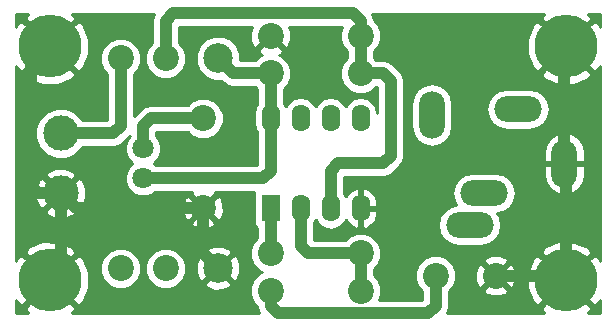
<source format=gbr>
G04 #@! TF.FileFunction,Copper,L2,Bot,Signal*
%FSLAX46Y46*%
G04 Gerber Fmt 4.6, Leading zero omitted, Abs format (unit mm)*
G04 Created by KiCad (PCBNEW 4.0.7) date 05/24/18 12:52:19*
%MOMM*%
%LPD*%
G01*
G04 APERTURE LIST*
%ADD10C,0.100000*%
%ADD11C,5.300000*%
%ADD12C,2.200000*%
%ADD13R,1.574800X2.286000*%
%ADD14O,1.574800X2.286000*%
%ADD15C,3.000000*%
%ADD16C,2.500000*%
%ADD17C,1.800000*%
%ADD18O,4.000000X2.200000*%
%ADD19O,2.200000X4.000000*%
%ADD20C,1.000000*%
%ADD21C,0.254000*%
G04 APERTURE END LIST*
D10*
D11*
X165354000Y-76454000D03*
X121666000Y-76454000D03*
D12*
X127635000Y-77470000D03*
X131445000Y-77470000D03*
D11*
X165354000Y-96266000D03*
D12*
X147955000Y-78740000D03*
X140335000Y-78740000D03*
X140335000Y-75565000D03*
X147955000Y-75565000D03*
X147955000Y-97155000D03*
X140335000Y-97155000D03*
X147955000Y-93980000D03*
X140335000Y-93980000D03*
X134620000Y-82550000D03*
X134620000Y-90170000D03*
D13*
X140335000Y-90170000D03*
D14*
X142875000Y-90170000D03*
X145415000Y-90170000D03*
X147955000Y-90170000D03*
X147955000Y-82550000D03*
X145415000Y-82550000D03*
X142875000Y-82550000D03*
X140335000Y-82550000D03*
D15*
X122555000Y-83820000D03*
X122555000Y-88900000D03*
D16*
X135890000Y-77470000D03*
X135890000Y-95250000D03*
D12*
X127635000Y-95250000D03*
X131445000Y-95250000D03*
X154305000Y-95885000D03*
X159385000Y-95885000D03*
D17*
X129540000Y-85090000D03*
X129540000Y-87630000D03*
D11*
X121666000Y-96266000D03*
D18*
X161290000Y-81788000D03*
D19*
X153990000Y-82288000D03*
D18*
X158390000Y-88888000D03*
X157190000Y-91588000D03*
D19*
X165190000Y-86388000D03*
D20*
X122555000Y-83820000D02*
X127000000Y-83820000D01*
X127635000Y-83185000D02*
X127635000Y-77470000D01*
X127000000Y-83820000D02*
X127635000Y-83185000D01*
X147955000Y-74295000D02*
X147320000Y-73660000D01*
X147320000Y-73660000D02*
X132080000Y-73660000D01*
X131445000Y-74295000D02*
X132080000Y-73660000D01*
X131445000Y-77470000D02*
X131445000Y-74295000D01*
X147955000Y-74295000D02*
X147955000Y-75565000D01*
X147955000Y-78740000D02*
X147955000Y-75565000D01*
X145415000Y-90170000D02*
X145415000Y-86995000D01*
X149860000Y-78740000D02*
X147955000Y-78740000D01*
X150495000Y-79375000D02*
X149860000Y-78740000D01*
X150495000Y-85725000D02*
X150495000Y-79375000D01*
X149860000Y-86360000D02*
X150495000Y-85725000D01*
X146050000Y-86360000D02*
X149860000Y-86360000D01*
X145415000Y-86995000D02*
X146050000Y-86360000D01*
X140970000Y-99060000D02*
X140335000Y-98425000D01*
X140335000Y-97155000D02*
X140335000Y-98425000D01*
X140970000Y-99060000D02*
X153670000Y-99060000D01*
X140335000Y-97155000D02*
X140335000Y-97790000D01*
X154305000Y-98425000D02*
X154305000Y-95885000D01*
X153670000Y-99060000D02*
X154305000Y-98425000D01*
X165190000Y-86388000D02*
X165190000Y-76618000D01*
X165190000Y-76618000D02*
X165354000Y-76454000D01*
X165354000Y-96266000D02*
X165354000Y-86552000D01*
X165354000Y-86552000D02*
X165190000Y-86388000D01*
X159385000Y-95885000D02*
X164973000Y-95885000D01*
X164973000Y-95885000D02*
X165354000Y-96266000D01*
X120015000Y-78105000D02*
X120015000Y-88265000D01*
X120650000Y-88900000D02*
X120015000Y-88265000D01*
X120650000Y-88900000D02*
X122555000Y-88900000D01*
X120015000Y-78105000D02*
X121666000Y-76454000D01*
X122555000Y-88900000D02*
X122555000Y-95377000D01*
X122555000Y-95377000D02*
X121666000Y-96266000D01*
X160020000Y-95885000D02*
X159385000Y-95885000D01*
X165100000Y-86478000D02*
X165190000Y-86388000D01*
X122555000Y-78105000D02*
X123190000Y-77470000D01*
X134620000Y-90170000D02*
X134620000Y-93980000D01*
X134620000Y-93980000D02*
X135890000Y-95250000D01*
X134620000Y-90170000D02*
X123825000Y-90170000D01*
X123825000Y-90170000D02*
X122555000Y-88900000D01*
X140335000Y-93980000D02*
X140335000Y-90170000D01*
X129540000Y-83185000D02*
X130175000Y-82550000D01*
X129540000Y-85090000D02*
X129540000Y-83185000D01*
X130175000Y-82550000D02*
X134620000Y-82550000D01*
X140335000Y-78740000D02*
X137160000Y-78740000D01*
X137160000Y-78740000D02*
X135890000Y-77470000D01*
X140335000Y-78740000D02*
X140335000Y-82550000D01*
X129540000Y-87630000D02*
X139700000Y-87630000D01*
X140335000Y-86995000D02*
X140335000Y-82550000D01*
X139700000Y-87630000D02*
X140335000Y-86995000D01*
X147955000Y-97155000D02*
X147955000Y-93980000D01*
X147955000Y-93980000D02*
X143510000Y-93980000D01*
X142875000Y-93345000D02*
X143510000Y-93980000D01*
X142875000Y-93345000D02*
X142875000Y-90170000D01*
D21*
G36*
X119501491Y-74109886D02*
X121666000Y-76274395D01*
X123830509Y-74109886D01*
X123556815Y-73710000D01*
X130497061Y-73710000D01*
X130396397Y-73860654D01*
X130310000Y-74295000D01*
X130310000Y-76151498D01*
X129974996Y-76485918D01*
X129710301Y-77123373D01*
X129709699Y-77813599D01*
X129973281Y-78451515D01*
X130460918Y-78940004D01*
X131098373Y-79204699D01*
X131788599Y-79205301D01*
X132426515Y-78941719D01*
X132915004Y-78454082D01*
X133179699Y-77816627D01*
X133180301Y-77126401D01*
X132916719Y-76488485D01*
X132580000Y-76151178D01*
X132580000Y-74795000D01*
X138771014Y-74795000D01*
X138589677Y-75276593D01*
X138612164Y-75966453D01*
X138832901Y-76499359D01*
X139110132Y-76610263D01*
X140155395Y-75565000D01*
X140141253Y-75550858D01*
X140320858Y-75371253D01*
X140335000Y-75385395D01*
X140349143Y-75371253D01*
X140528748Y-75550858D01*
X140514605Y-75565000D01*
X141559868Y-76610263D01*
X141837099Y-76499359D01*
X142080323Y-75853407D01*
X142057836Y-75163547D01*
X141905179Y-74795000D01*
X146396101Y-74795000D01*
X146220301Y-75218373D01*
X146219699Y-75908599D01*
X146483281Y-76546515D01*
X146820000Y-76883822D01*
X146820000Y-77421498D01*
X146484996Y-77755918D01*
X146220301Y-78393373D01*
X146219699Y-79083599D01*
X146483281Y-79721515D01*
X146970918Y-80210004D01*
X147608373Y-80474699D01*
X148298599Y-80475301D01*
X148936515Y-80211719D01*
X149273822Y-79875000D01*
X149360000Y-79875000D01*
X149360000Y-82072091D01*
X149269126Y-81615238D01*
X148960789Y-81153778D01*
X148499329Y-80845441D01*
X147955000Y-80737167D01*
X147410671Y-80845441D01*
X146949211Y-81153778D01*
X146685000Y-81549199D01*
X146420789Y-81153778D01*
X145959329Y-80845441D01*
X145415000Y-80737167D01*
X144870671Y-80845441D01*
X144409211Y-81153778D01*
X144145000Y-81549199D01*
X143880789Y-81153778D01*
X143419329Y-80845441D01*
X142875000Y-80737167D01*
X142330671Y-80845441D01*
X141869211Y-81153778D01*
X141605000Y-81549199D01*
X141470000Y-81347156D01*
X141470000Y-80058502D01*
X141805004Y-79724082D01*
X142069699Y-79086627D01*
X142070301Y-78396401D01*
X141806719Y-77758485D01*
X141319082Y-77269996D01*
X141049635Y-77158112D01*
X141269359Y-77067099D01*
X141380263Y-76789868D01*
X140335000Y-75744605D01*
X139289737Y-76789868D01*
X139400641Y-77067099D01*
X139630717Y-77153731D01*
X139353485Y-77268281D01*
X139016178Y-77605000D01*
X137774883Y-77605000D01*
X137775326Y-77096695D01*
X137488957Y-76403628D01*
X136959161Y-75872907D01*
X136266595Y-75585328D01*
X135516695Y-75584674D01*
X134823628Y-75871043D01*
X134292907Y-76400839D01*
X134005328Y-77093405D01*
X134004674Y-77843305D01*
X134291043Y-78536372D01*
X134820839Y-79067093D01*
X135513405Y-79354672D01*
X136170113Y-79355245D01*
X136357434Y-79542566D01*
X136725654Y-79788603D01*
X137160000Y-79875000D01*
X139016498Y-79875000D01*
X139200000Y-80058822D01*
X139200000Y-81347156D01*
X139020874Y-81615238D01*
X138912600Y-82159567D01*
X138912600Y-82940433D01*
X139020874Y-83484762D01*
X139200000Y-83752844D01*
X139200000Y-86495000D01*
X130575905Y-86495000D01*
X130440818Y-86359677D01*
X130840551Y-85960643D01*
X131074733Y-85396670D01*
X131075265Y-84786009D01*
X130842068Y-84221629D01*
X130675000Y-84054269D01*
X130675000Y-83685000D01*
X133301498Y-83685000D01*
X133635918Y-84020004D01*
X134273373Y-84284699D01*
X134963599Y-84285301D01*
X135601515Y-84021719D01*
X136090004Y-83534082D01*
X136354699Y-82896627D01*
X136355301Y-82206401D01*
X136091719Y-81568485D01*
X135604082Y-81079996D01*
X134966627Y-80815301D01*
X134276401Y-80814699D01*
X133638485Y-81078281D01*
X133301178Y-81415000D01*
X130175000Y-81415000D01*
X129740655Y-81501396D01*
X129372434Y-81747434D01*
X128770000Y-82349868D01*
X128770000Y-78788502D01*
X129105004Y-78454082D01*
X129369699Y-77816627D01*
X129370301Y-77126401D01*
X129106719Y-76488485D01*
X128619082Y-75999996D01*
X127981627Y-75735301D01*
X127291401Y-75734699D01*
X126653485Y-75998281D01*
X126164996Y-76485918D01*
X125900301Y-77123373D01*
X125899699Y-77813599D01*
X126163281Y-78451515D01*
X126500000Y-78788822D01*
X126500000Y-82685000D01*
X124396100Y-82685000D01*
X124366020Y-82612200D01*
X123765959Y-82011091D01*
X122981541Y-81685372D01*
X122132185Y-81684630D01*
X121347200Y-82008980D01*
X120746091Y-82609041D01*
X120420372Y-83393459D01*
X120419630Y-84242815D01*
X120743980Y-85027800D01*
X121344041Y-85628909D01*
X122128459Y-85954628D01*
X122977815Y-85955370D01*
X123762800Y-85631020D01*
X124363909Y-85030959D01*
X124395450Y-84955000D01*
X127000000Y-84955000D01*
X127434346Y-84868603D01*
X127802566Y-84622566D01*
X128405000Y-84020132D01*
X128405000Y-84054095D01*
X128239449Y-84219357D01*
X128005267Y-84783330D01*
X128004735Y-85393991D01*
X128237932Y-85958371D01*
X128639182Y-86360323D01*
X128239449Y-86759357D01*
X128005267Y-87323330D01*
X128004735Y-87933991D01*
X128237932Y-88498371D01*
X128669357Y-88930551D01*
X129233330Y-89164733D01*
X129843991Y-89165265D01*
X130408371Y-88932068D01*
X130575731Y-88765000D01*
X133646797Y-88765000D01*
X133574737Y-88945132D01*
X134620000Y-89990395D01*
X135665263Y-88945132D01*
X135593203Y-88765000D01*
X138958077Y-88765000D01*
X138951169Y-88775110D01*
X138900160Y-89027000D01*
X138900160Y-91313000D01*
X138944438Y-91548317D01*
X139083510Y-91764441D01*
X139200000Y-91844035D01*
X139200000Y-92661498D01*
X138864996Y-92995918D01*
X138600301Y-93633373D01*
X138599699Y-94323599D01*
X138863281Y-94961515D01*
X139350918Y-95450004D01*
X139633788Y-95567462D01*
X139353485Y-95683281D01*
X138864996Y-96170918D01*
X138600301Y-96808373D01*
X138599699Y-97498599D01*
X138863281Y-98136515D01*
X139212128Y-98485972D01*
X139286397Y-98859346D01*
X139330266Y-98925000D01*
X139387061Y-99010000D01*
X123556815Y-99010000D01*
X123830509Y-98610114D01*
X121666000Y-96445605D01*
X119501491Y-98610114D01*
X119775185Y-99010000D01*
X118795000Y-99010000D01*
X118795000Y-97920426D01*
X118878615Y-98123060D01*
X118883614Y-98130542D01*
X119321886Y-98430509D01*
X121486395Y-96266000D01*
X121845605Y-96266000D01*
X124010114Y-98430509D01*
X124448386Y-98130542D01*
X124950119Y-96923839D01*
X124951874Y-95616986D01*
X124942224Y-95593599D01*
X125899699Y-95593599D01*
X126163281Y-96231515D01*
X126650918Y-96720004D01*
X127288373Y-96984699D01*
X127978599Y-96985301D01*
X128616515Y-96721719D01*
X129105004Y-96234082D01*
X129369699Y-95596627D01*
X129369701Y-95593599D01*
X129709699Y-95593599D01*
X129973281Y-96231515D01*
X130460918Y-96720004D01*
X131098373Y-96984699D01*
X131788599Y-96985301D01*
X132426515Y-96721719D01*
X132565155Y-96583320D01*
X134736285Y-96583320D01*
X134865533Y-96876123D01*
X135565806Y-97144388D01*
X136315435Y-97124250D01*
X136914467Y-96876123D01*
X137043715Y-96583320D01*
X135890000Y-95429605D01*
X134736285Y-96583320D01*
X132565155Y-96583320D01*
X132915004Y-96234082D01*
X133179699Y-95596627D01*
X133180284Y-94925806D01*
X133995612Y-94925806D01*
X134015750Y-95675435D01*
X134263877Y-96274467D01*
X134556680Y-96403715D01*
X135710395Y-95250000D01*
X136069605Y-95250000D01*
X137223320Y-96403715D01*
X137516123Y-96274467D01*
X137784388Y-95574194D01*
X137764250Y-94824565D01*
X137516123Y-94225533D01*
X137223320Y-94096285D01*
X136069605Y-95250000D01*
X135710395Y-95250000D01*
X134556680Y-94096285D01*
X134263877Y-94225533D01*
X133995612Y-94925806D01*
X133180284Y-94925806D01*
X133180301Y-94906401D01*
X132916719Y-94268485D01*
X132565528Y-93916680D01*
X134736285Y-93916680D01*
X135890000Y-95070395D01*
X137043715Y-93916680D01*
X136914467Y-93623877D01*
X136214194Y-93355612D01*
X135464565Y-93375750D01*
X134865533Y-93623877D01*
X134736285Y-93916680D01*
X132565528Y-93916680D01*
X132429082Y-93779996D01*
X131791627Y-93515301D01*
X131101401Y-93514699D01*
X130463485Y-93778281D01*
X129974996Y-94265918D01*
X129710301Y-94903373D01*
X129709699Y-95593599D01*
X129369701Y-95593599D01*
X129370301Y-94906401D01*
X129106719Y-94268485D01*
X128619082Y-93779996D01*
X127981627Y-93515301D01*
X127291401Y-93514699D01*
X126653485Y-93778281D01*
X126164996Y-94265918D01*
X125900301Y-94903373D01*
X125899699Y-95593599D01*
X124942224Y-95593599D01*
X124453385Y-94408940D01*
X124448386Y-94401458D01*
X124010114Y-94101491D01*
X121845605Y-96266000D01*
X121486395Y-96266000D01*
X119321886Y-94101491D01*
X118883614Y-94401458D01*
X118795000Y-94614581D01*
X118795000Y-93921886D01*
X119501491Y-93921886D01*
X121666000Y-96086395D01*
X123830509Y-93921886D01*
X123530542Y-93483614D01*
X122323839Y-92981881D01*
X121016986Y-92980126D01*
X119808940Y-93478615D01*
X119801458Y-93483614D01*
X119501491Y-93921886D01*
X118795000Y-93921886D01*
X118795000Y-91394868D01*
X133574737Y-91394868D01*
X133685641Y-91672099D01*
X134331593Y-91915323D01*
X135021453Y-91892836D01*
X135554359Y-91672099D01*
X135665263Y-91394868D01*
X134620000Y-90349605D01*
X133574737Y-91394868D01*
X118795000Y-91394868D01*
X118795000Y-90413970D01*
X121220635Y-90413970D01*
X121380418Y-90732739D01*
X122171187Y-91042723D01*
X123020387Y-91026497D01*
X123729582Y-90732739D01*
X123889365Y-90413970D01*
X122555000Y-89079605D01*
X121220635Y-90413970D01*
X118795000Y-90413970D01*
X118795000Y-88516187D01*
X120412277Y-88516187D01*
X120428503Y-89365387D01*
X120722261Y-90074582D01*
X121041030Y-90234365D01*
X122375395Y-88900000D01*
X122734605Y-88900000D01*
X124068970Y-90234365D01*
X124387739Y-90074582D01*
X124463391Y-89881593D01*
X132874677Y-89881593D01*
X132897164Y-90571453D01*
X133117901Y-91104359D01*
X133395132Y-91215263D01*
X134440395Y-90170000D01*
X134799605Y-90170000D01*
X135844868Y-91215263D01*
X136122099Y-91104359D01*
X136365323Y-90458407D01*
X136342836Y-89768547D01*
X136122099Y-89235641D01*
X135844868Y-89124737D01*
X134799605Y-90170000D01*
X134440395Y-90170000D01*
X133395132Y-89124737D01*
X133117901Y-89235641D01*
X132874677Y-89881593D01*
X124463391Y-89881593D01*
X124697723Y-89283813D01*
X124681497Y-88434613D01*
X124387739Y-87725418D01*
X124068970Y-87565635D01*
X122734605Y-88900000D01*
X122375395Y-88900000D01*
X121041030Y-87565635D01*
X120722261Y-87725418D01*
X120412277Y-88516187D01*
X118795000Y-88516187D01*
X118795000Y-87386030D01*
X121220635Y-87386030D01*
X122555000Y-88720395D01*
X123889365Y-87386030D01*
X123729582Y-87067261D01*
X122938813Y-86757277D01*
X122089613Y-86773503D01*
X121380418Y-87067261D01*
X121220635Y-87386030D01*
X118795000Y-87386030D01*
X118795000Y-78798114D01*
X119501491Y-78798114D01*
X119801458Y-79236386D01*
X121008161Y-79738119D01*
X122315014Y-79739874D01*
X123523060Y-79241385D01*
X123530542Y-79236386D01*
X123830509Y-78798114D01*
X121666000Y-76633605D01*
X119501491Y-78798114D01*
X118795000Y-78798114D01*
X118795000Y-78108426D01*
X118878615Y-78311060D01*
X118883614Y-78318542D01*
X119321886Y-78618509D01*
X121486395Y-76454000D01*
X121845605Y-76454000D01*
X124010114Y-78618509D01*
X124448386Y-78318542D01*
X124950119Y-77111839D01*
X124951874Y-75804986D01*
X124453385Y-74596940D01*
X124448386Y-74589458D01*
X124010114Y-74289491D01*
X121845605Y-76454000D01*
X121486395Y-76454000D01*
X119321886Y-74289491D01*
X118883614Y-74589458D01*
X118795000Y-74802581D01*
X118795000Y-73710000D01*
X119775185Y-73710000D01*
X119501491Y-74109886D01*
X119501491Y-74109886D01*
G37*
X119501491Y-74109886D02*
X121666000Y-76274395D01*
X123830509Y-74109886D01*
X123556815Y-73710000D01*
X130497061Y-73710000D01*
X130396397Y-73860654D01*
X130310000Y-74295000D01*
X130310000Y-76151498D01*
X129974996Y-76485918D01*
X129710301Y-77123373D01*
X129709699Y-77813599D01*
X129973281Y-78451515D01*
X130460918Y-78940004D01*
X131098373Y-79204699D01*
X131788599Y-79205301D01*
X132426515Y-78941719D01*
X132915004Y-78454082D01*
X133179699Y-77816627D01*
X133180301Y-77126401D01*
X132916719Y-76488485D01*
X132580000Y-76151178D01*
X132580000Y-74795000D01*
X138771014Y-74795000D01*
X138589677Y-75276593D01*
X138612164Y-75966453D01*
X138832901Y-76499359D01*
X139110132Y-76610263D01*
X140155395Y-75565000D01*
X140141253Y-75550858D01*
X140320858Y-75371253D01*
X140335000Y-75385395D01*
X140349143Y-75371253D01*
X140528748Y-75550858D01*
X140514605Y-75565000D01*
X141559868Y-76610263D01*
X141837099Y-76499359D01*
X142080323Y-75853407D01*
X142057836Y-75163547D01*
X141905179Y-74795000D01*
X146396101Y-74795000D01*
X146220301Y-75218373D01*
X146219699Y-75908599D01*
X146483281Y-76546515D01*
X146820000Y-76883822D01*
X146820000Y-77421498D01*
X146484996Y-77755918D01*
X146220301Y-78393373D01*
X146219699Y-79083599D01*
X146483281Y-79721515D01*
X146970918Y-80210004D01*
X147608373Y-80474699D01*
X148298599Y-80475301D01*
X148936515Y-80211719D01*
X149273822Y-79875000D01*
X149360000Y-79875000D01*
X149360000Y-82072091D01*
X149269126Y-81615238D01*
X148960789Y-81153778D01*
X148499329Y-80845441D01*
X147955000Y-80737167D01*
X147410671Y-80845441D01*
X146949211Y-81153778D01*
X146685000Y-81549199D01*
X146420789Y-81153778D01*
X145959329Y-80845441D01*
X145415000Y-80737167D01*
X144870671Y-80845441D01*
X144409211Y-81153778D01*
X144145000Y-81549199D01*
X143880789Y-81153778D01*
X143419329Y-80845441D01*
X142875000Y-80737167D01*
X142330671Y-80845441D01*
X141869211Y-81153778D01*
X141605000Y-81549199D01*
X141470000Y-81347156D01*
X141470000Y-80058502D01*
X141805004Y-79724082D01*
X142069699Y-79086627D01*
X142070301Y-78396401D01*
X141806719Y-77758485D01*
X141319082Y-77269996D01*
X141049635Y-77158112D01*
X141269359Y-77067099D01*
X141380263Y-76789868D01*
X140335000Y-75744605D01*
X139289737Y-76789868D01*
X139400641Y-77067099D01*
X139630717Y-77153731D01*
X139353485Y-77268281D01*
X139016178Y-77605000D01*
X137774883Y-77605000D01*
X137775326Y-77096695D01*
X137488957Y-76403628D01*
X136959161Y-75872907D01*
X136266595Y-75585328D01*
X135516695Y-75584674D01*
X134823628Y-75871043D01*
X134292907Y-76400839D01*
X134005328Y-77093405D01*
X134004674Y-77843305D01*
X134291043Y-78536372D01*
X134820839Y-79067093D01*
X135513405Y-79354672D01*
X136170113Y-79355245D01*
X136357434Y-79542566D01*
X136725654Y-79788603D01*
X137160000Y-79875000D01*
X139016498Y-79875000D01*
X139200000Y-80058822D01*
X139200000Y-81347156D01*
X139020874Y-81615238D01*
X138912600Y-82159567D01*
X138912600Y-82940433D01*
X139020874Y-83484762D01*
X139200000Y-83752844D01*
X139200000Y-86495000D01*
X130575905Y-86495000D01*
X130440818Y-86359677D01*
X130840551Y-85960643D01*
X131074733Y-85396670D01*
X131075265Y-84786009D01*
X130842068Y-84221629D01*
X130675000Y-84054269D01*
X130675000Y-83685000D01*
X133301498Y-83685000D01*
X133635918Y-84020004D01*
X134273373Y-84284699D01*
X134963599Y-84285301D01*
X135601515Y-84021719D01*
X136090004Y-83534082D01*
X136354699Y-82896627D01*
X136355301Y-82206401D01*
X136091719Y-81568485D01*
X135604082Y-81079996D01*
X134966627Y-80815301D01*
X134276401Y-80814699D01*
X133638485Y-81078281D01*
X133301178Y-81415000D01*
X130175000Y-81415000D01*
X129740655Y-81501396D01*
X129372434Y-81747434D01*
X128770000Y-82349868D01*
X128770000Y-78788502D01*
X129105004Y-78454082D01*
X129369699Y-77816627D01*
X129370301Y-77126401D01*
X129106719Y-76488485D01*
X128619082Y-75999996D01*
X127981627Y-75735301D01*
X127291401Y-75734699D01*
X126653485Y-75998281D01*
X126164996Y-76485918D01*
X125900301Y-77123373D01*
X125899699Y-77813599D01*
X126163281Y-78451515D01*
X126500000Y-78788822D01*
X126500000Y-82685000D01*
X124396100Y-82685000D01*
X124366020Y-82612200D01*
X123765959Y-82011091D01*
X122981541Y-81685372D01*
X122132185Y-81684630D01*
X121347200Y-82008980D01*
X120746091Y-82609041D01*
X120420372Y-83393459D01*
X120419630Y-84242815D01*
X120743980Y-85027800D01*
X121344041Y-85628909D01*
X122128459Y-85954628D01*
X122977815Y-85955370D01*
X123762800Y-85631020D01*
X124363909Y-85030959D01*
X124395450Y-84955000D01*
X127000000Y-84955000D01*
X127434346Y-84868603D01*
X127802566Y-84622566D01*
X128405000Y-84020132D01*
X128405000Y-84054095D01*
X128239449Y-84219357D01*
X128005267Y-84783330D01*
X128004735Y-85393991D01*
X128237932Y-85958371D01*
X128639182Y-86360323D01*
X128239449Y-86759357D01*
X128005267Y-87323330D01*
X128004735Y-87933991D01*
X128237932Y-88498371D01*
X128669357Y-88930551D01*
X129233330Y-89164733D01*
X129843991Y-89165265D01*
X130408371Y-88932068D01*
X130575731Y-88765000D01*
X133646797Y-88765000D01*
X133574737Y-88945132D01*
X134620000Y-89990395D01*
X135665263Y-88945132D01*
X135593203Y-88765000D01*
X138958077Y-88765000D01*
X138951169Y-88775110D01*
X138900160Y-89027000D01*
X138900160Y-91313000D01*
X138944438Y-91548317D01*
X139083510Y-91764441D01*
X139200000Y-91844035D01*
X139200000Y-92661498D01*
X138864996Y-92995918D01*
X138600301Y-93633373D01*
X138599699Y-94323599D01*
X138863281Y-94961515D01*
X139350918Y-95450004D01*
X139633788Y-95567462D01*
X139353485Y-95683281D01*
X138864996Y-96170918D01*
X138600301Y-96808373D01*
X138599699Y-97498599D01*
X138863281Y-98136515D01*
X139212128Y-98485972D01*
X139286397Y-98859346D01*
X139330266Y-98925000D01*
X139387061Y-99010000D01*
X123556815Y-99010000D01*
X123830509Y-98610114D01*
X121666000Y-96445605D01*
X119501491Y-98610114D01*
X119775185Y-99010000D01*
X118795000Y-99010000D01*
X118795000Y-97920426D01*
X118878615Y-98123060D01*
X118883614Y-98130542D01*
X119321886Y-98430509D01*
X121486395Y-96266000D01*
X121845605Y-96266000D01*
X124010114Y-98430509D01*
X124448386Y-98130542D01*
X124950119Y-96923839D01*
X124951874Y-95616986D01*
X124942224Y-95593599D01*
X125899699Y-95593599D01*
X126163281Y-96231515D01*
X126650918Y-96720004D01*
X127288373Y-96984699D01*
X127978599Y-96985301D01*
X128616515Y-96721719D01*
X129105004Y-96234082D01*
X129369699Y-95596627D01*
X129369701Y-95593599D01*
X129709699Y-95593599D01*
X129973281Y-96231515D01*
X130460918Y-96720004D01*
X131098373Y-96984699D01*
X131788599Y-96985301D01*
X132426515Y-96721719D01*
X132565155Y-96583320D01*
X134736285Y-96583320D01*
X134865533Y-96876123D01*
X135565806Y-97144388D01*
X136315435Y-97124250D01*
X136914467Y-96876123D01*
X137043715Y-96583320D01*
X135890000Y-95429605D01*
X134736285Y-96583320D01*
X132565155Y-96583320D01*
X132915004Y-96234082D01*
X133179699Y-95596627D01*
X133180284Y-94925806D01*
X133995612Y-94925806D01*
X134015750Y-95675435D01*
X134263877Y-96274467D01*
X134556680Y-96403715D01*
X135710395Y-95250000D01*
X136069605Y-95250000D01*
X137223320Y-96403715D01*
X137516123Y-96274467D01*
X137784388Y-95574194D01*
X137764250Y-94824565D01*
X137516123Y-94225533D01*
X137223320Y-94096285D01*
X136069605Y-95250000D01*
X135710395Y-95250000D01*
X134556680Y-94096285D01*
X134263877Y-94225533D01*
X133995612Y-94925806D01*
X133180284Y-94925806D01*
X133180301Y-94906401D01*
X132916719Y-94268485D01*
X132565528Y-93916680D01*
X134736285Y-93916680D01*
X135890000Y-95070395D01*
X137043715Y-93916680D01*
X136914467Y-93623877D01*
X136214194Y-93355612D01*
X135464565Y-93375750D01*
X134865533Y-93623877D01*
X134736285Y-93916680D01*
X132565528Y-93916680D01*
X132429082Y-93779996D01*
X131791627Y-93515301D01*
X131101401Y-93514699D01*
X130463485Y-93778281D01*
X129974996Y-94265918D01*
X129710301Y-94903373D01*
X129709699Y-95593599D01*
X129369701Y-95593599D01*
X129370301Y-94906401D01*
X129106719Y-94268485D01*
X128619082Y-93779996D01*
X127981627Y-93515301D01*
X127291401Y-93514699D01*
X126653485Y-93778281D01*
X126164996Y-94265918D01*
X125900301Y-94903373D01*
X125899699Y-95593599D01*
X124942224Y-95593599D01*
X124453385Y-94408940D01*
X124448386Y-94401458D01*
X124010114Y-94101491D01*
X121845605Y-96266000D01*
X121486395Y-96266000D01*
X119321886Y-94101491D01*
X118883614Y-94401458D01*
X118795000Y-94614581D01*
X118795000Y-93921886D01*
X119501491Y-93921886D01*
X121666000Y-96086395D01*
X123830509Y-93921886D01*
X123530542Y-93483614D01*
X122323839Y-92981881D01*
X121016986Y-92980126D01*
X119808940Y-93478615D01*
X119801458Y-93483614D01*
X119501491Y-93921886D01*
X118795000Y-93921886D01*
X118795000Y-91394868D01*
X133574737Y-91394868D01*
X133685641Y-91672099D01*
X134331593Y-91915323D01*
X135021453Y-91892836D01*
X135554359Y-91672099D01*
X135665263Y-91394868D01*
X134620000Y-90349605D01*
X133574737Y-91394868D01*
X118795000Y-91394868D01*
X118795000Y-90413970D01*
X121220635Y-90413970D01*
X121380418Y-90732739D01*
X122171187Y-91042723D01*
X123020387Y-91026497D01*
X123729582Y-90732739D01*
X123889365Y-90413970D01*
X122555000Y-89079605D01*
X121220635Y-90413970D01*
X118795000Y-90413970D01*
X118795000Y-88516187D01*
X120412277Y-88516187D01*
X120428503Y-89365387D01*
X120722261Y-90074582D01*
X121041030Y-90234365D01*
X122375395Y-88900000D01*
X122734605Y-88900000D01*
X124068970Y-90234365D01*
X124387739Y-90074582D01*
X124463391Y-89881593D01*
X132874677Y-89881593D01*
X132897164Y-90571453D01*
X133117901Y-91104359D01*
X133395132Y-91215263D01*
X134440395Y-90170000D01*
X134799605Y-90170000D01*
X135844868Y-91215263D01*
X136122099Y-91104359D01*
X136365323Y-90458407D01*
X136342836Y-89768547D01*
X136122099Y-89235641D01*
X135844868Y-89124737D01*
X134799605Y-90170000D01*
X134440395Y-90170000D01*
X133395132Y-89124737D01*
X133117901Y-89235641D01*
X132874677Y-89881593D01*
X124463391Y-89881593D01*
X124697723Y-89283813D01*
X124681497Y-88434613D01*
X124387739Y-87725418D01*
X124068970Y-87565635D01*
X122734605Y-88900000D01*
X122375395Y-88900000D01*
X121041030Y-87565635D01*
X120722261Y-87725418D01*
X120412277Y-88516187D01*
X118795000Y-88516187D01*
X118795000Y-87386030D01*
X121220635Y-87386030D01*
X122555000Y-88720395D01*
X123889365Y-87386030D01*
X123729582Y-87067261D01*
X122938813Y-86757277D01*
X122089613Y-86773503D01*
X121380418Y-87067261D01*
X121220635Y-87386030D01*
X118795000Y-87386030D01*
X118795000Y-78798114D01*
X119501491Y-78798114D01*
X119801458Y-79236386D01*
X121008161Y-79738119D01*
X122315014Y-79739874D01*
X123523060Y-79241385D01*
X123530542Y-79236386D01*
X123830509Y-78798114D01*
X121666000Y-76633605D01*
X119501491Y-78798114D01*
X118795000Y-78798114D01*
X118795000Y-78108426D01*
X118878615Y-78311060D01*
X118883614Y-78318542D01*
X119321886Y-78618509D01*
X121486395Y-76454000D01*
X121845605Y-76454000D01*
X124010114Y-78618509D01*
X124448386Y-78318542D01*
X124950119Y-77111839D01*
X124951874Y-75804986D01*
X124453385Y-74596940D01*
X124448386Y-74589458D01*
X124010114Y-74289491D01*
X121845605Y-76454000D01*
X121486395Y-76454000D01*
X119321886Y-74289491D01*
X118883614Y-74589458D01*
X118795000Y-74802581D01*
X118795000Y-73710000D01*
X119775185Y-73710000D01*
X119501491Y-74109886D01*
G36*
X163189491Y-74109886D02*
X165354000Y-76274395D01*
X167518509Y-74109886D01*
X167244815Y-73710000D01*
X168225000Y-73710000D01*
X168225000Y-74799574D01*
X168141385Y-74596940D01*
X168136386Y-74589458D01*
X167698114Y-74289491D01*
X165533605Y-76454000D01*
X167698114Y-78618509D01*
X168136386Y-78318542D01*
X168225000Y-78105419D01*
X168225000Y-94611574D01*
X168141385Y-94408940D01*
X168136386Y-94401458D01*
X167698114Y-94101491D01*
X165533605Y-96266000D01*
X167698114Y-98430509D01*
X168136386Y-98130542D01*
X168225000Y-97917419D01*
X168225000Y-99010000D01*
X167244815Y-99010000D01*
X167518509Y-98610114D01*
X165354000Y-96445605D01*
X163189491Y-98610114D01*
X163463185Y-99010000D01*
X155252939Y-99010000D01*
X155353604Y-98859345D01*
X155440000Y-98425000D01*
X155440000Y-97203502D01*
X155533797Y-97109868D01*
X158339737Y-97109868D01*
X158450641Y-97387099D01*
X159096593Y-97630323D01*
X159786453Y-97607836D01*
X160319359Y-97387099D01*
X160430263Y-97109868D01*
X159385000Y-96064605D01*
X158339737Y-97109868D01*
X155533797Y-97109868D01*
X155775004Y-96869082D01*
X156039699Y-96231627D01*
X156040252Y-95596593D01*
X157639677Y-95596593D01*
X157662164Y-96286453D01*
X157882901Y-96819359D01*
X158160132Y-96930263D01*
X159205395Y-95885000D01*
X159564605Y-95885000D01*
X160609868Y-96930263D01*
X160647986Y-96915014D01*
X162068126Y-96915014D01*
X162566615Y-98123060D01*
X162571614Y-98130542D01*
X163009886Y-98430509D01*
X165174395Y-96266000D01*
X163009886Y-94101491D01*
X162571614Y-94401458D01*
X162069881Y-95608161D01*
X162068126Y-96915014D01*
X160647986Y-96915014D01*
X160887099Y-96819359D01*
X161130323Y-96173407D01*
X161107836Y-95483547D01*
X160887099Y-94950641D01*
X160609868Y-94839737D01*
X159564605Y-95885000D01*
X159205395Y-95885000D01*
X158160132Y-94839737D01*
X157882901Y-94950641D01*
X157639677Y-95596593D01*
X156040252Y-95596593D01*
X156040301Y-95541401D01*
X155776719Y-94903485D01*
X155533791Y-94660132D01*
X158339737Y-94660132D01*
X159385000Y-95705395D01*
X160430263Y-94660132D01*
X160319359Y-94382901D01*
X159673407Y-94139677D01*
X158983547Y-94162164D01*
X158450641Y-94382901D01*
X158339737Y-94660132D01*
X155533791Y-94660132D01*
X155289082Y-94414996D01*
X154651627Y-94150301D01*
X153961401Y-94149699D01*
X153323485Y-94413281D01*
X152834996Y-94900918D01*
X152570301Y-95538373D01*
X152569699Y-96228599D01*
X152833281Y-96866515D01*
X153170000Y-97203822D01*
X153170000Y-97925000D01*
X149513899Y-97925000D01*
X149689699Y-97501627D01*
X149690301Y-96811401D01*
X149426719Y-96173485D01*
X149090000Y-95836178D01*
X149090000Y-95298502D01*
X149425004Y-94964082D01*
X149689699Y-94326627D01*
X149690052Y-93921886D01*
X163189491Y-93921886D01*
X165354000Y-96086395D01*
X167518509Y-93921886D01*
X167218542Y-93483614D01*
X166011839Y-92981881D01*
X164704986Y-92980126D01*
X163496940Y-93478615D01*
X163489458Y-93483614D01*
X163189491Y-93921886D01*
X149690052Y-93921886D01*
X149690301Y-93636401D01*
X149426719Y-92998485D01*
X148939082Y-92509996D01*
X148301627Y-92245301D01*
X147611401Y-92244699D01*
X146973485Y-92508281D01*
X146636178Y-92845000D01*
X144010000Y-92845000D01*
X144010000Y-91372844D01*
X144145000Y-91170801D01*
X144409211Y-91566222D01*
X144870671Y-91874559D01*
X145415000Y-91982833D01*
X145959329Y-91874559D01*
X146420789Y-91566222D01*
X146684754Y-91171170D01*
X146689475Y-91187262D01*
X147039014Y-91621191D01*
X147528004Y-91888327D01*
X147607940Y-91905010D01*
X147828000Y-91782852D01*
X147828000Y-90297000D01*
X148082000Y-90297000D01*
X148082000Y-91782852D01*
X148302060Y-91905010D01*
X148381996Y-91888327D01*
X148870986Y-91621191D01*
X148897722Y-91588000D01*
X154503377Y-91588000D01*
X154635446Y-92251956D01*
X155011547Y-92814830D01*
X155574421Y-93190931D01*
X156238377Y-93323000D01*
X158141623Y-93323000D01*
X158805579Y-93190931D01*
X159368453Y-92814830D01*
X159744554Y-92251956D01*
X159876623Y-91588000D01*
X159744554Y-90924044D01*
X159519730Y-90587572D01*
X160005579Y-90490931D01*
X160568453Y-90114830D01*
X160944554Y-89551956D01*
X161076623Y-88888000D01*
X160944554Y-88224044D01*
X160568453Y-87661170D01*
X160005579Y-87285069D01*
X159341623Y-87153000D01*
X157438377Y-87153000D01*
X156774421Y-87285069D01*
X156211547Y-87661170D01*
X155835446Y-88224044D01*
X155703377Y-88888000D01*
X155835446Y-89551956D01*
X156060270Y-89888428D01*
X155574421Y-89985069D01*
X155011547Y-90361170D01*
X154635446Y-90924044D01*
X154503377Y-91588000D01*
X148897722Y-91588000D01*
X149220525Y-91187262D01*
X149377400Y-90652600D01*
X149377400Y-90297000D01*
X148082000Y-90297000D01*
X147828000Y-90297000D01*
X147808000Y-90297000D01*
X147808000Y-90043000D01*
X147828000Y-90043000D01*
X147828000Y-88557148D01*
X148082000Y-88557148D01*
X148082000Y-90043000D01*
X149377400Y-90043000D01*
X149377400Y-89687400D01*
X149220525Y-89152738D01*
X148870986Y-88718809D01*
X148381996Y-88451673D01*
X148302060Y-88434990D01*
X148082000Y-88557148D01*
X147828000Y-88557148D01*
X147607940Y-88434990D01*
X147528004Y-88451673D01*
X147039014Y-88718809D01*
X146689475Y-89152738D01*
X146684754Y-89168830D01*
X146550000Y-88967156D01*
X146550000Y-87495000D01*
X149860000Y-87495000D01*
X150294346Y-87408603D01*
X150662566Y-87162566D01*
X151297566Y-86527566D01*
X151305962Y-86515000D01*
X163455000Y-86515000D01*
X163455000Y-87415000D01*
X163635670Y-88069288D01*
X164052972Y-88604632D01*
X164643376Y-88939531D01*
X164793878Y-88977175D01*
X165063000Y-88859125D01*
X165063000Y-86515000D01*
X165317000Y-86515000D01*
X165317000Y-88859125D01*
X165586122Y-88977175D01*
X165736624Y-88939531D01*
X166327028Y-88604632D01*
X166744330Y-88069288D01*
X166925000Y-87415000D01*
X166925000Y-86515000D01*
X165317000Y-86515000D01*
X165063000Y-86515000D01*
X163455000Y-86515000D01*
X151305962Y-86515000D01*
X151543604Y-86159345D01*
X151630000Y-85725000D01*
X151630000Y-85361000D01*
X163455000Y-85361000D01*
X163455000Y-86261000D01*
X165063000Y-86261000D01*
X165063000Y-83916875D01*
X165317000Y-83916875D01*
X165317000Y-86261000D01*
X166925000Y-86261000D01*
X166925000Y-85361000D01*
X166744330Y-84706712D01*
X166327028Y-84171368D01*
X165736624Y-83836469D01*
X165586122Y-83798825D01*
X165317000Y-83916875D01*
X165063000Y-83916875D01*
X164793878Y-83798825D01*
X164643376Y-83836469D01*
X164052972Y-84171368D01*
X163635670Y-84706712D01*
X163455000Y-85361000D01*
X151630000Y-85361000D01*
X151630000Y-81336377D01*
X152255000Y-81336377D01*
X152255000Y-83239623D01*
X152387069Y-83903579D01*
X152763170Y-84466453D01*
X153326044Y-84842554D01*
X153990000Y-84974623D01*
X154653956Y-84842554D01*
X155216830Y-84466453D01*
X155592931Y-83903579D01*
X155725000Y-83239623D01*
X155725000Y-81788000D01*
X158603377Y-81788000D01*
X158735446Y-82451956D01*
X159111547Y-83014830D01*
X159674421Y-83390931D01*
X160338377Y-83523000D01*
X162241623Y-83523000D01*
X162905579Y-83390931D01*
X163468453Y-83014830D01*
X163844554Y-82451956D01*
X163976623Y-81788000D01*
X163844554Y-81124044D01*
X163468453Y-80561170D01*
X162905579Y-80185069D01*
X162241623Y-80053000D01*
X160338377Y-80053000D01*
X159674421Y-80185069D01*
X159111547Y-80561170D01*
X158735446Y-81124044D01*
X158603377Y-81788000D01*
X155725000Y-81788000D01*
X155725000Y-81336377D01*
X155592931Y-80672421D01*
X155216830Y-80109547D01*
X154653956Y-79733446D01*
X153990000Y-79601377D01*
X153326044Y-79733446D01*
X152763170Y-80109547D01*
X152387069Y-80672421D01*
X152255000Y-81336377D01*
X151630000Y-81336377D01*
X151630000Y-79375000D01*
X151626087Y-79355326D01*
X151543604Y-78940655D01*
X151448361Y-78798114D01*
X163189491Y-78798114D01*
X163489458Y-79236386D01*
X164696161Y-79738119D01*
X166003014Y-79739874D01*
X167211060Y-79241385D01*
X167218542Y-79236386D01*
X167518509Y-78798114D01*
X165354000Y-76633605D01*
X163189491Y-78798114D01*
X151448361Y-78798114D01*
X151297566Y-78572434D01*
X150662566Y-77937434D01*
X150521692Y-77843305D01*
X150294346Y-77691397D01*
X149860000Y-77605000D01*
X149273502Y-77605000D01*
X149090000Y-77421178D01*
X149090000Y-77103014D01*
X162068126Y-77103014D01*
X162566615Y-78311060D01*
X162571614Y-78318542D01*
X163009886Y-78618509D01*
X165174395Y-76454000D01*
X163009886Y-74289491D01*
X162571614Y-74589458D01*
X162069881Y-75796161D01*
X162068126Y-77103014D01*
X149090000Y-77103014D01*
X149090000Y-76883502D01*
X149425004Y-76549082D01*
X149689699Y-75911627D01*
X149690301Y-75221401D01*
X149426719Y-74583485D01*
X149077872Y-74234029D01*
X149003604Y-73860655D01*
X148902939Y-73710000D01*
X163463185Y-73710000D01*
X163189491Y-74109886D01*
X163189491Y-74109886D01*
G37*
X163189491Y-74109886D02*
X165354000Y-76274395D01*
X167518509Y-74109886D01*
X167244815Y-73710000D01*
X168225000Y-73710000D01*
X168225000Y-74799574D01*
X168141385Y-74596940D01*
X168136386Y-74589458D01*
X167698114Y-74289491D01*
X165533605Y-76454000D01*
X167698114Y-78618509D01*
X168136386Y-78318542D01*
X168225000Y-78105419D01*
X168225000Y-94611574D01*
X168141385Y-94408940D01*
X168136386Y-94401458D01*
X167698114Y-94101491D01*
X165533605Y-96266000D01*
X167698114Y-98430509D01*
X168136386Y-98130542D01*
X168225000Y-97917419D01*
X168225000Y-99010000D01*
X167244815Y-99010000D01*
X167518509Y-98610114D01*
X165354000Y-96445605D01*
X163189491Y-98610114D01*
X163463185Y-99010000D01*
X155252939Y-99010000D01*
X155353604Y-98859345D01*
X155440000Y-98425000D01*
X155440000Y-97203502D01*
X155533797Y-97109868D01*
X158339737Y-97109868D01*
X158450641Y-97387099D01*
X159096593Y-97630323D01*
X159786453Y-97607836D01*
X160319359Y-97387099D01*
X160430263Y-97109868D01*
X159385000Y-96064605D01*
X158339737Y-97109868D01*
X155533797Y-97109868D01*
X155775004Y-96869082D01*
X156039699Y-96231627D01*
X156040252Y-95596593D01*
X157639677Y-95596593D01*
X157662164Y-96286453D01*
X157882901Y-96819359D01*
X158160132Y-96930263D01*
X159205395Y-95885000D01*
X159564605Y-95885000D01*
X160609868Y-96930263D01*
X160647986Y-96915014D01*
X162068126Y-96915014D01*
X162566615Y-98123060D01*
X162571614Y-98130542D01*
X163009886Y-98430509D01*
X165174395Y-96266000D01*
X163009886Y-94101491D01*
X162571614Y-94401458D01*
X162069881Y-95608161D01*
X162068126Y-96915014D01*
X160647986Y-96915014D01*
X160887099Y-96819359D01*
X161130323Y-96173407D01*
X161107836Y-95483547D01*
X160887099Y-94950641D01*
X160609868Y-94839737D01*
X159564605Y-95885000D01*
X159205395Y-95885000D01*
X158160132Y-94839737D01*
X157882901Y-94950641D01*
X157639677Y-95596593D01*
X156040252Y-95596593D01*
X156040301Y-95541401D01*
X155776719Y-94903485D01*
X155533791Y-94660132D01*
X158339737Y-94660132D01*
X159385000Y-95705395D01*
X160430263Y-94660132D01*
X160319359Y-94382901D01*
X159673407Y-94139677D01*
X158983547Y-94162164D01*
X158450641Y-94382901D01*
X158339737Y-94660132D01*
X155533791Y-94660132D01*
X155289082Y-94414996D01*
X154651627Y-94150301D01*
X153961401Y-94149699D01*
X153323485Y-94413281D01*
X152834996Y-94900918D01*
X152570301Y-95538373D01*
X152569699Y-96228599D01*
X152833281Y-96866515D01*
X153170000Y-97203822D01*
X153170000Y-97925000D01*
X149513899Y-97925000D01*
X149689699Y-97501627D01*
X149690301Y-96811401D01*
X149426719Y-96173485D01*
X149090000Y-95836178D01*
X149090000Y-95298502D01*
X149425004Y-94964082D01*
X149689699Y-94326627D01*
X149690052Y-93921886D01*
X163189491Y-93921886D01*
X165354000Y-96086395D01*
X167518509Y-93921886D01*
X167218542Y-93483614D01*
X166011839Y-92981881D01*
X164704986Y-92980126D01*
X163496940Y-93478615D01*
X163489458Y-93483614D01*
X163189491Y-93921886D01*
X149690052Y-93921886D01*
X149690301Y-93636401D01*
X149426719Y-92998485D01*
X148939082Y-92509996D01*
X148301627Y-92245301D01*
X147611401Y-92244699D01*
X146973485Y-92508281D01*
X146636178Y-92845000D01*
X144010000Y-92845000D01*
X144010000Y-91372844D01*
X144145000Y-91170801D01*
X144409211Y-91566222D01*
X144870671Y-91874559D01*
X145415000Y-91982833D01*
X145959329Y-91874559D01*
X146420789Y-91566222D01*
X146684754Y-91171170D01*
X146689475Y-91187262D01*
X147039014Y-91621191D01*
X147528004Y-91888327D01*
X147607940Y-91905010D01*
X147828000Y-91782852D01*
X147828000Y-90297000D01*
X148082000Y-90297000D01*
X148082000Y-91782852D01*
X148302060Y-91905010D01*
X148381996Y-91888327D01*
X148870986Y-91621191D01*
X148897722Y-91588000D01*
X154503377Y-91588000D01*
X154635446Y-92251956D01*
X155011547Y-92814830D01*
X155574421Y-93190931D01*
X156238377Y-93323000D01*
X158141623Y-93323000D01*
X158805579Y-93190931D01*
X159368453Y-92814830D01*
X159744554Y-92251956D01*
X159876623Y-91588000D01*
X159744554Y-90924044D01*
X159519730Y-90587572D01*
X160005579Y-90490931D01*
X160568453Y-90114830D01*
X160944554Y-89551956D01*
X161076623Y-88888000D01*
X160944554Y-88224044D01*
X160568453Y-87661170D01*
X160005579Y-87285069D01*
X159341623Y-87153000D01*
X157438377Y-87153000D01*
X156774421Y-87285069D01*
X156211547Y-87661170D01*
X155835446Y-88224044D01*
X155703377Y-88888000D01*
X155835446Y-89551956D01*
X156060270Y-89888428D01*
X155574421Y-89985069D01*
X155011547Y-90361170D01*
X154635446Y-90924044D01*
X154503377Y-91588000D01*
X148897722Y-91588000D01*
X149220525Y-91187262D01*
X149377400Y-90652600D01*
X149377400Y-90297000D01*
X148082000Y-90297000D01*
X147828000Y-90297000D01*
X147808000Y-90297000D01*
X147808000Y-90043000D01*
X147828000Y-90043000D01*
X147828000Y-88557148D01*
X148082000Y-88557148D01*
X148082000Y-90043000D01*
X149377400Y-90043000D01*
X149377400Y-89687400D01*
X149220525Y-89152738D01*
X148870986Y-88718809D01*
X148381996Y-88451673D01*
X148302060Y-88434990D01*
X148082000Y-88557148D01*
X147828000Y-88557148D01*
X147607940Y-88434990D01*
X147528004Y-88451673D01*
X147039014Y-88718809D01*
X146689475Y-89152738D01*
X146684754Y-89168830D01*
X146550000Y-88967156D01*
X146550000Y-87495000D01*
X149860000Y-87495000D01*
X150294346Y-87408603D01*
X150662566Y-87162566D01*
X151297566Y-86527566D01*
X151305962Y-86515000D01*
X163455000Y-86515000D01*
X163455000Y-87415000D01*
X163635670Y-88069288D01*
X164052972Y-88604632D01*
X164643376Y-88939531D01*
X164793878Y-88977175D01*
X165063000Y-88859125D01*
X165063000Y-86515000D01*
X165317000Y-86515000D01*
X165317000Y-88859125D01*
X165586122Y-88977175D01*
X165736624Y-88939531D01*
X166327028Y-88604632D01*
X166744330Y-88069288D01*
X166925000Y-87415000D01*
X166925000Y-86515000D01*
X165317000Y-86515000D01*
X165063000Y-86515000D01*
X163455000Y-86515000D01*
X151305962Y-86515000D01*
X151543604Y-86159345D01*
X151630000Y-85725000D01*
X151630000Y-85361000D01*
X163455000Y-85361000D01*
X163455000Y-86261000D01*
X165063000Y-86261000D01*
X165063000Y-83916875D01*
X165317000Y-83916875D01*
X165317000Y-86261000D01*
X166925000Y-86261000D01*
X166925000Y-85361000D01*
X166744330Y-84706712D01*
X166327028Y-84171368D01*
X165736624Y-83836469D01*
X165586122Y-83798825D01*
X165317000Y-83916875D01*
X165063000Y-83916875D01*
X164793878Y-83798825D01*
X164643376Y-83836469D01*
X164052972Y-84171368D01*
X163635670Y-84706712D01*
X163455000Y-85361000D01*
X151630000Y-85361000D01*
X151630000Y-81336377D01*
X152255000Y-81336377D01*
X152255000Y-83239623D01*
X152387069Y-83903579D01*
X152763170Y-84466453D01*
X153326044Y-84842554D01*
X153990000Y-84974623D01*
X154653956Y-84842554D01*
X155216830Y-84466453D01*
X155592931Y-83903579D01*
X155725000Y-83239623D01*
X155725000Y-81788000D01*
X158603377Y-81788000D01*
X158735446Y-82451956D01*
X159111547Y-83014830D01*
X159674421Y-83390931D01*
X160338377Y-83523000D01*
X162241623Y-83523000D01*
X162905579Y-83390931D01*
X163468453Y-83014830D01*
X163844554Y-82451956D01*
X163976623Y-81788000D01*
X163844554Y-81124044D01*
X163468453Y-80561170D01*
X162905579Y-80185069D01*
X162241623Y-80053000D01*
X160338377Y-80053000D01*
X159674421Y-80185069D01*
X159111547Y-80561170D01*
X158735446Y-81124044D01*
X158603377Y-81788000D01*
X155725000Y-81788000D01*
X155725000Y-81336377D01*
X155592931Y-80672421D01*
X155216830Y-80109547D01*
X154653956Y-79733446D01*
X153990000Y-79601377D01*
X153326044Y-79733446D01*
X152763170Y-80109547D01*
X152387069Y-80672421D01*
X152255000Y-81336377D01*
X151630000Y-81336377D01*
X151630000Y-79375000D01*
X151626087Y-79355326D01*
X151543604Y-78940655D01*
X151448361Y-78798114D01*
X163189491Y-78798114D01*
X163489458Y-79236386D01*
X164696161Y-79738119D01*
X166003014Y-79739874D01*
X167211060Y-79241385D01*
X167218542Y-79236386D01*
X167518509Y-78798114D01*
X165354000Y-76633605D01*
X163189491Y-78798114D01*
X151448361Y-78798114D01*
X151297566Y-78572434D01*
X150662566Y-77937434D01*
X150521692Y-77843305D01*
X150294346Y-77691397D01*
X149860000Y-77605000D01*
X149273502Y-77605000D01*
X149090000Y-77421178D01*
X149090000Y-77103014D01*
X162068126Y-77103014D01*
X162566615Y-78311060D01*
X162571614Y-78318542D01*
X163009886Y-78618509D01*
X165174395Y-76454000D01*
X163009886Y-74289491D01*
X162571614Y-74589458D01*
X162069881Y-75796161D01*
X162068126Y-77103014D01*
X149090000Y-77103014D01*
X149090000Y-76883502D01*
X149425004Y-76549082D01*
X149689699Y-75911627D01*
X149690301Y-75221401D01*
X149426719Y-74583485D01*
X149077872Y-74234029D01*
X149003604Y-73860655D01*
X148902939Y-73710000D01*
X163463185Y-73710000D01*
X163189491Y-74109886D01*
M02*

</source>
